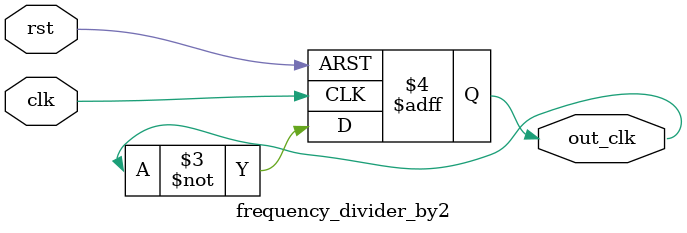
<source format=v>
/* `timescale 1ns/1ps;  // set time_unit to 1ns. i.e 10 would be 10ns. and a fraction value will be recognized to the precision of a 100th percentile. 10.9 would be 10 nano and 9pico

parameter   BUS_WIDTH = 32; */


module frequency_divider_by2 ( clk ,rst,out_clk );

output reg  out_clk;
input  clk ;
input rst;
always @(posedge clk or negedge rst)
begin
if (~rst)
     out_clk <= 1'b0;
else
     out_clk <= ~out_clk;	
end
endmodule
</source>
